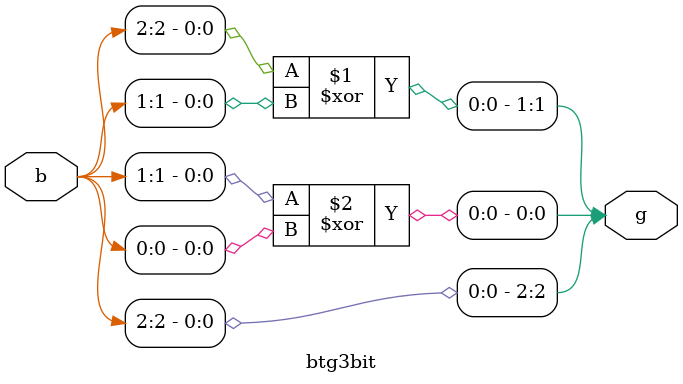
<source format=v>
`timescale 1ns / 1ps
module btg3bit(g, b);
	input [2:0]b;
	output [2:0]g;
	
	buf buf1(g[2], b[2]);
	xor xor1(g[1], b[2], b[1]);
	xor xor2(g[0], b[1], b[0]);


endmodule

</source>
